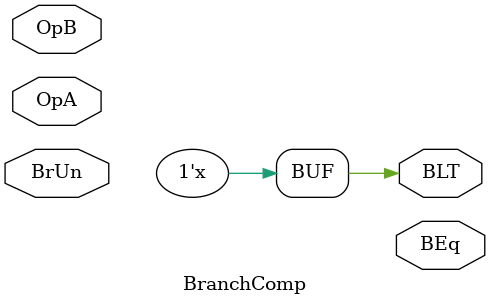
<source format=v>
module BranchComp (
    input OpA,
    input OpB,
    input BrUn,
    output reg BEq,
    output reg BLT
);
    reg[31:0] diff;
    always @(OpA or OpB or BrUn) begin
        if (~BrUn && A[31] ^ B[31])
            BLT <= A[31];
        else begin
            diff <= A - B;
            BLT <= diff[31];
        end
    end  
endmodule
</source>
